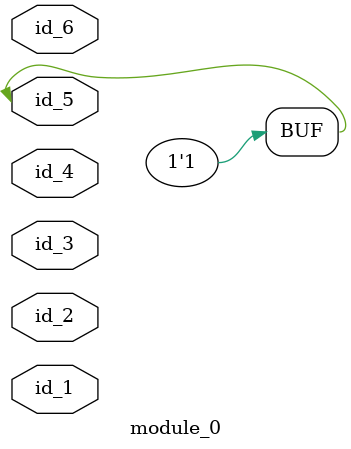
<source format=v>
module module_0 (
    id_1,
    id_2,
    id_3,
    id_4,
    id_5,
    id_6
);
  input wire id_6;
  inout wand id_5;
  input wire id_4;
  input wire id_3;
  inout wire id_2;
  input wire id_1;
  assign id_5 = -1;
endmodule
module module_1 (
    id_1,
    id_2,
    id_3,
    id_4,
    id_5,
    id_6,
    id_7
);
  output wire id_7;
  input wire id_6;
  output wire id_5;
  input wire id_4;
  output wire id_3;
  input wire id_2;
  output wire id_1;
  wire id_8;
  module_0 modCall_1 (
      id_8,
      id_8,
      id_6,
      id_2,
      id_8,
      id_2
  );
endmodule

</source>
